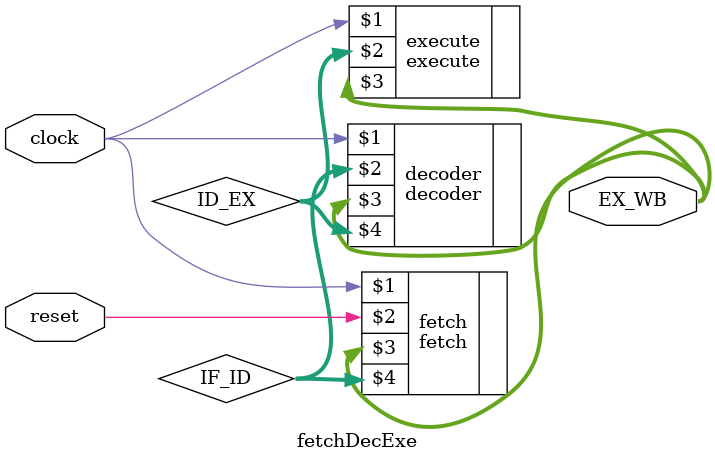
<source format=v>
`timescale 1ns / 100 ps
module fetchDecExe(
	input clock,
	input reset,
	output [70:0] EX_WB
	);

wire [175:0]ID_EX;
wire [63:0] IF_ID;
wire [70:0] EX_WB;

fetch fetch(clock,reset, EX_WB, IF_ID);
decoder decoder(clock, IF_ID, EX_WB,ID_EX);
execute execute(clock, ID_EX, EX_WB);
endmodule
</source>
